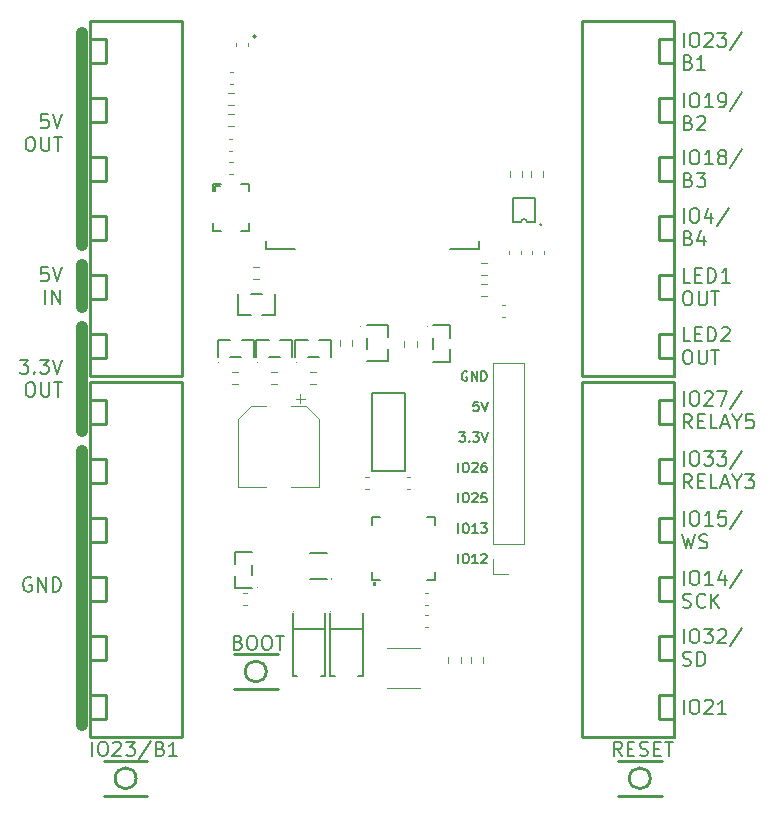
<source format=gbr>
%TF.GenerationSoftware,KiCad,Pcbnew,(6.0.6-0)*%
%TF.CreationDate,2022-09-08T22:09:28-07:00*%
%TF.ProjectId,GlowCore,476c6f77-436f-4726-952e-6b696361645f,rev?*%
%TF.SameCoordinates,Original*%
%TF.FileFunction,Legend,Top*%
%TF.FilePolarity,Positive*%
%FSLAX46Y46*%
G04 Gerber Fmt 4.6, Leading zero omitted, Abs format (unit mm)*
G04 Created by KiCad (PCBNEW (6.0.6-0)) date 2022-09-08 22:09:28*
%MOMM*%
%LPD*%
G01*
G04 APERTURE LIST*
%ADD10C,1.000000*%
%ADD11C,0.200000*%
%ADD12C,0.254001*%
%ADD13C,0.059995*%
%ADD14C,0.120000*%
%ADD15C,0.127000*%
%ADD16C,0.300000*%
%ADD17C,0.152400*%
%ADD18C,0.131597*%
%ADD19C,0.151994*%
G04 APERTURE END LIST*
D10*
X119278400Y-72407600D02*
X119278400Y-90322400D01*
X119278400Y-92000000D02*
X119278400Y-95600000D01*
X119278400Y-97250000D02*
X119278400Y-106100000D01*
X119278400Y-107786800D02*
X119278400Y-131000000D01*
D11*
X132489314Y-123967885D02*
X132660742Y-124025028D01*
X132717885Y-124082171D01*
X132775028Y-124196457D01*
X132775028Y-124367885D01*
X132717885Y-124482171D01*
X132660742Y-124539314D01*
X132546457Y-124596457D01*
X132089314Y-124596457D01*
X132089314Y-123396457D01*
X132489314Y-123396457D01*
X132603600Y-123453600D01*
X132660742Y-123510742D01*
X132717885Y-123625028D01*
X132717885Y-123739314D01*
X132660742Y-123853600D01*
X132603600Y-123910742D01*
X132489314Y-123967885D01*
X132089314Y-123967885D01*
X133517885Y-123396457D02*
X133746457Y-123396457D01*
X133860742Y-123453600D01*
X133975028Y-123567885D01*
X134032171Y-123796457D01*
X134032171Y-124196457D01*
X133975028Y-124425028D01*
X133860742Y-124539314D01*
X133746457Y-124596457D01*
X133517885Y-124596457D01*
X133403600Y-124539314D01*
X133289314Y-124425028D01*
X133232171Y-124196457D01*
X133232171Y-123796457D01*
X133289314Y-123567885D01*
X133403600Y-123453600D01*
X133517885Y-123396457D01*
X134775028Y-123396457D02*
X135003600Y-123396457D01*
X135117885Y-123453600D01*
X135232171Y-123567885D01*
X135289314Y-123796457D01*
X135289314Y-124196457D01*
X135232171Y-124425028D01*
X135117885Y-124539314D01*
X135003600Y-124596457D01*
X134775028Y-124596457D01*
X134660742Y-124539314D01*
X134546457Y-124425028D01*
X134489314Y-124196457D01*
X134489314Y-123796457D01*
X134546457Y-123567885D01*
X134660742Y-123453600D01*
X134775028Y-123396457D01*
X135632171Y-123396457D02*
X136317885Y-123396457D01*
X135975028Y-124596457D02*
X135975028Y-123396457D01*
X170189314Y-119109257D02*
X170189314Y-117909257D01*
X170989314Y-117909257D02*
X171217885Y-117909257D01*
X171332171Y-117966400D01*
X171446457Y-118080685D01*
X171503600Y-118309257D01*
X171503600Y-118709257D01*
X171446457Y-118937828D01*
X171332171Y-119052114D01*
X171217885Y-119109257D01*
X170989314Y-119109257D01*
X170875028Y-119052114D01*
X170760742Y-118937828D01*
X170703600Y-118709257D01*
X170703600Y-118309257D01*
X170760742Y-118080685D01*
X170875028Y-117966400D01*
X170989314Y-117909257D01*
X172646457Y-119109257D02*
X171960742Y-119109257D01*
X172303600Y-119109257D02*
X172303600Y-117909257D01*
X172189314Y-118080685D01*
X172075028Y-118194971D01*
X171960742Y-118252114D01*
X173675028Y-118309257D02*
X173675028Y-119109257D01*
X173389314Y-117852114D02*
X173103600Y-118709257D01*
X173846457Y-118709257D01*
X175160742Y-117852114D02*
X174132171Y-119394971D01*
X170132171Y-120984114D02*
X170303600Y-121041257D01*
X170589314Y-121041257D01*
X170703600Y-120984114D01*
X170760742Y-120926971D01*
X170817885Y-120812685D01*
X170817885Y-120698400D01*
X170760742Y-120584114D01*
X170703600Y-120526971D01*
X170589314Y-120469828D01*
X170360742Y-120412685D01*
X170246457Y-120355542D01*
X170189314Y-120298400D01*
X170132171Y-120184114D01*
X170132171Y-120069828D01*
X170189314Y-119955542D01*
X170246457Y-119898400D01*
X170360742Y-119841257D01*
X170646457Y-119841257D01*
X170817885Y-119898400D01*
X172017885Y-120926971D02*
X171960742Y-120984114D01*
X171789314Y-121041257D01*
X171675028Y-121041257D01*
X171503600Y-120984114D01*
X171389314Y-120869828D01*
X171332171Y-120755542D01*
X171275028Y-120526971D01*
X171275028Y-120355542D01*
X171332171Y-120126971D01*
X171389314Y-120012685D01*
X171503600Y-119898400D01*
X171675028Y-119841257D01*
X171789314Y-119841257D01*
X171960742Y-119898400D01*
X172017885Y-119955542D01*
X172532171Y-121041257D02*
X172532171Y-119841257D01*
X173217885Y-121041257D02*
X172703600Y-120355542D01*
X173217885Y-119841257D02*
X172532171Y-120526971D01*
X116360914Y-92204457D02*
X115789485Y-92204457D01*
X115732342Y-92775885D01*
X115789485Y-92718742D01*
X115903771Y-92661600D01*
X116189485Y-92661600D01*
X116303771Y-92718742D01*
X116360914Y-92775885D01*
X116418057Y-92890171D01*
X116418057Y-93175885D01*
X116360914Y-93290171D01*
X116303771Y-93347314D01*
X116189485Y-93404457D01*
X115903771Y-93404457D01*
X115789485Y-93347314D01*
X115732342Y-93290171D01*
X116760914Y-92204457D02*
X117160914Y-93404457D01*
X117560914Y-92204457D01*
X116132342Y-95336457D02*
X116132342Y-94136457D01*
X116703771Y-95336457D02*
X116703771Y-94136457D01*
X117389485Y-95336457D01*
X117389485Y-94136457D01*
X170189314Y-83498457D02*
X170189314Y-82298457D01*
X170989314Y-82298457D02*
X171217885Y-82298457D01*
X171332171Y-82355600D01*
X171446457Y-82469885D01*
X171503600Y-82698457D01*
X171503600Y-83098457D01*
X171446457Y-83327028D01*
X171332171Y-83441314D01*
X171217885Y-83498457D01*
X170989314Y-83498457D01*
X170875028Y-83441314D01*
X170760742Y-83327028D01*
X170703600Y-83098457D01*
X170703600Y-82698457D01*
X170760742Y-82469885D01*
X170875028Y-82355600D01*
X170989314Y-82298457D01*
X172646457Y-83498457D02*
X171960742Y-83498457D01*
X172303600Y-83498457D02*
X172303600Y-82298457D01*
X172189314Y-82469885D01*
X172075028Y-82584171D01*
X171960742Y-82641314D01*
X173332171Y-82812742D02*
X173217885Y-82755600D01*
X173160742Y-82698457D01*
X173103600Y-82584171D01*
X173103600Y-82527028D01*
X173160742Y-82412742D01*
X173217885Y-82355600D01*
X173332171Y-82298457D01*
X173560742Y-82298457D01*
X173675028Y-82355600D01*
X173732171Y-82412742D01*
X173789314Y-82527028D01*
X173789314Y-82584171D01*
X173732171Y-82698457D01*
X173675028Y-82755600D01*
X173560742Y-82812742D01*
X173332171Y-82812742D01*
X173217885Y-82869885D01*
X173160742Y-82927028D01*
X173103600Y-83041314D01*
X173103600Y-83269885D01*
X173160742Y-83384171D01*
X173217885Y-83441314D01*
X173332171Y-83498457D01*
X173560742Y-83498457D01*
X173675028Y-83441314D01*
X173732171Y-83384171D01*
X173789314Y-83269885D01*
X173789314Y-83041314D01*
X173732171Y-82927028D01*
X173675028Y-82869885D01*
X173560742Y-82812742D01*
X175160742Y-82241314D02*
X174132171Y-83784171D01*
X170589314Y-84801885D02*
X170760742Y-84859028D01*
X170817885Y-84916171D01*
X170875028Y-85030457D01*
X170875028Y-85201885D01*
X170817885Y-85316171D01*
X170760742Y-85373314D01*
X170646457Y-85430457D01*
X170189314Y-85430457D01*
X170189314Y-84230457D01*
X170589314Y-84230457D01*
X170703600Y-84287600D01*
X170760742Y-84344742D01*
X170817885Y-84459028D01*
X170817885Y-84573314D01*
X170760742Y-84687600D01*
X170703600Y-84744742D01*
X170589314Y-84801885D01*
X170189314Y-84801885D01*
X171275028Y-84230457D02*
X172017885Y-84230457D01*
X171617885Y-84687600D01*
X171789314Y-84687600D01*
X171903600Y-84744742D01*
X171960742Y-84801885D01*
X172017885Y-84916171D01*
X172017885Y-85201885D01*
X171960742Y-85316171D01*
X171903600Y-85373314D01*
X171789314Y-85430457D01*
X171446457Y-85430457D01*
X171332171Y-85373314D01*
X171275028Y-85316171D01*
X151842828Y-101062800D02*
X151766638Y-101024704D01*
X151652352Y-101024704D01*
X151538066Y-101062800D01*
X151461876Y-101138990D01*
X151423780Y-101215180D01*
X151385685Y-101367561D01*
X151385685Y-101481847D01*
X151423780Y-101634228D01*
X151461876Y-101710419D01*
X151538066Y-101786609D01*
X151652352Y-101824704D01*
X151728542Y-101824704D01*
X151842828Y-101786609D01*
X151880923Y-101748514D01*
X151880923Y-101481847D01*
X151728542Y-101481847D01*
X152223780Y-101824704D02*
X152223780Y-101024704D01*
X152680923Y-101824704D01*
X152680923Y-101024704D01*
X153061876Y-101824704D02*
X153061876Y-101024704D01*
X153252352Y-101024704D01*
X153366638Y-101062800D01*
X153442828Y-101138990D01*
X153480923Y-101215180D01*
X153519019Y-101367561D01*
X153519019Y-101481847D01*
X153480923Y-101634228D01*
X153442828Y-101710419D01*
X153366638Y-101786609D01*
X153252352Y-101824704D01*
X153061876Y-101824704D01*
X152795209Y-103600704D02*
X152414257Y-103600704D01*
X152376161Y-103981657D01*
X152414257Y-103943561D01*
X152490447Y-103905466D01*
X152680923Y-103905466D01*
X152757114Y-103943561D01*
X152795209Y-103981657D01*
X152833304Y-104057847D01*
X152833304Y-104248323D01*
X152795209Y-104324514D01*
X152757114Y-104362609D01*
X152680923Y-104400704D01*
X152490447Y-104400704D01*
X152414257Y-104362609D01*
X152376161Y-104324514D01*
X153061876Y-103600704D02*
X153328542Y-104400704D01*
X153595209Y-103600704D01*
X151195209Y-106176704D02*
X151690447Y-106176704D01*
X151423780Y-106481466D01*
X151538066Y-106481466D01*
X151614257Y-106519561D01*
X151652352Y-106557657D01*
X151690447Y-106633847D01*
X151690447Y-106824323D01*
X151652352Y-106900514D01*
X151614257Y-106938609D01*
X151538066Y-106976704D01*
X151309495Y-106976704D01*
X151233304Y-106938609D01*
X151195209Y-106900514D01*
X152033304Y-106900514D02*
X152071400Y-106938609D01*
X152033304Y-106976704D01*
X151995209Y-106938609D01*
X152033304Y-106900514D01*
X152033304Y-106976704D01*
X152338066Y-106176704D02*
X152833304Y-106176704D01*
X152566638Y-106481466D01*
X152680923Y-106481466D01*
X152757114Y-106519561D01*
X152795209Y-106557657D01*
X152833304Y-106633847D01*
X152833304Y-106824323D01*
X152795209Y-106900514D01*
X152757114Y-106938609D01*
X152680923Y-106976704D01*
X152452352Y-106976704D01*
X152376161Y-106938609D01*
X152338066Y-106900514D01*
X153061876Y-106176704D02*
X153328542Y-106976704D01*
X153595209Y-106176704D01*
X151119019Y-109552704D02*
X151119019Y-108752704D01*
X151652352Y-108752704D02*
X151804733Y-108752704D01*
X151880923Y-108790800D01*
X151957114Y-108866990D01*
X151995209Y-109019371D01*
X151995209Y-109286038D01*
X151957114Y-109438419D01*
X151880923Y-109514609D01*
X151804733Y-109552704D01*
X151652352Y-109552704D01*
X151576161Y-109514609D01*
X151499971Y-109438419D01*
X151461876Y-109286038D01*
X151461876Y-109019371D01*
X151499971Y-108866990D01*
X151576161Y-108790800D01*
X151652352Y-108752704D01*
X152299971Y-108828895D02*
X152338066Y-108790800D01*
X152414257Y-108752704D01*
X152604733Y-108752704D01*
X152680923Y-108790800D01*
X152719019Y-108828895D01*
X152757114Y-108905085D01*
X152757114Y-108981276D01*
X152719019Y-109095561D01*
X152261876Y-109552704D01*
X152757114Y-109552704D01*
X153442828Y-108752704D02*
X153290447Y-108752704D01*
X153214257Y-108790800D01*
X153176161Y-108828895D01*
X153099971Y-108943180D01*
X153061876Y-109095561D01*
X153061876Y-109400323D01*
X153099971Y-109476514D01*
X153138066Y-109514609D01*
X153214257Y-109552704D01*
X153366638Y-109552704D01*
X153442828Y-109514609D01*
X153480923Y-109476514D01*
X153519019Y-109400323D01*
X153519019Y-109209847D01*
X153480923Y-109133657D01*
X153442828Y-109095561D01*
X153366638Y-109057466D01*
X153214257Y-109057466D01*
X153138066Y-109095561D01*
X153099971Y-109133657D01*
X153061876Y-109209847D01*
X151119019Y-112128704D02*
X151119019Y-111328704D01*
X151652352Y-111328704D02*
X151804733Y-111328704D01*
X151880923Y-111366800D01*
X151957114Y-111442990D01*
X151995209Y-111595371D01*
X151995209Y-111862038D01*
X151957114Y-112014419D01*
X151880923Y-112090609D01*
X151804733Y-112128704D01*
X151652352Y-112128704D01*
X151576161Y-112090609D01*
X151499971Y-112014419D01*
X151461876Y-111862038D01*
X151461876Y-111595371D01*
X151499971Y-111442990D01*
X151576161Y-111366800D01*
X151652352Y-111328704D01*
X152299971Y-111404895D02*
X152338066Y-111366800D01*
X152414257Y-111328704D01*
X152604733Y-111328704D01*
X152680923Y-111366800D01*
X152719019Y-111404895D01*
X152757114Y-111481085D01*
X152757114Y-111557276D01*
X152719019Y-111671561D01*
X152261876Y-112128704D01*
X152757114Y-112128704D01*
X153480923Y-111328704D02*
X153099971Y-111328704D01*
X153061876Y-111709657D01*
X153099971Y-111671561D01*
X153176161Y-111633466D01*
X153366638Y-111633466D01*
X153442828Y-111671561D01*
X153480923Y-111709657D01*
X153519019Y-111785847D01*
X153519019Y-111976323D01*
X153480923Y-112052514D01*
X153442828Y-112090609D01*
X153366638Y-112128704D01*
X153176161Y-112128704D01*
X153099971Y-112090609D01*
X153061876Y-112052514D01*
X151119019Y-114704704D02*
X151119019Y-113904704D01*
X151652352Y-113904704D02*
X151804733Y-113904704D01*
X151880923Y-113942800D01*
X151957114Y-114018990D01*
X151995209Y-114171371D01*
X151995209Y-114438038D01*
X151957114Y-114590419D01*
X151880923Y-114666609D01*
X151804733Y-114704704D01*
X151652352Y-114704704D01*
X151576161Y-114666609D01*
X151499971Y-114590419D01*
X151461876Y-114438038D01*
X151461876Y-114171371D01*
X151499971Y-114018990D01*
X151576161Y-113942800D01*
X151652352Y-113904704D01*
X152757114Y-114704704D02*
X152299971Y-114704704D01*
X152528542Y-114704704D02*
X152528542Y-113904704D01*
X152452352Y-114018990D01*
X152376161Y-114095180D01*
X152299971Y-114133276D01*
X153023780Y-113904704D02*
X153519019Y-113904704D01*
X153252352Y-114209466D01*
X153366638Y-114209466D01*
X153442828Y-114247561D01*
X153480923Y-114285657D01*
X153519019Y-114361847D01*
X153519019Y-114552323D01*
X153480923Y-114628514D01*
X153442828Y-114666609D01*
X153366638Y-114704704D01*
X153138066Y-114704704D01*
X153061876Y-114666609D01*
X153023780Y-114628514D01*
X151119019Y-117280704D02*
X151119019Y-116480704D01*
X151652352Y-116480704D02*
X151804733Y-116480704D01*
X151880923Y-116518800D01*
X151957114Y-116594990D01*
X151995209Y-116747371D01*
X151995209Y-117014038D01*
X151957114Y-117166419D01*
X151880923Y-117242609D01*
X151804733Y-117280704D01*
X151652352Y-117280704D01*
X151576161Y-117242609D01*
X151499971Y-117166419D01*
X151461876Y-117014038D01*
X151461876Y-116747371D01*
X151499971Y-116594990D01*
X151576161Y-116518800D01*
X151652352Y-116480704D01*
X152757114Y-117280704D02*
X152299971Y-117280704D01*
X152528542Y-117280704D02*
X152528542Y-116480704D01*
X152452352Y-116594990D01*
X152376161Y-116671180D01*
X152299971Y-116709276D01*
X153061876Y-116556895D02*
X153099971Y-116518800D01*
X153176161Y-116480704D01*
X153366638Y-116480704D01*
X153442828Y-116518800D01*
X153480923Y-116556895D01*
X153519019Y-116633085D01*
X153519019Y-116709276D01*
X153480923Y-116823561D01*
X153023780Y-117280704D01*
X153519019Y-117280704D01*
X170189314Y-114080057D02*
X170189314Y-112880057D01*
X170989314Y-112880057D02*
X171217885Y-112880057D01*
X171332171Y-112937200D01*
X171446457Y-113051485D01*
X171503600Y-113280057D01*
X171503600Y-113680057D01*
X171446457Y-113908628D01*
X171332171Y-114022914D01*
X171217885Y-114080057D01*
X170989314Y-114080057D01*
X170875028Y-114022914D01*
X170760742Y-113908628D01*
X170703600Y-113680057D01*
X170703600Y-113280057D01*
X170760742Y-113051485D01*
X170875028Y-112937200D01*
X170989314Y-112880057D01*
X172646457Y-114080057D02*
X171960742Y-114080057D01*
X172303600Y-114080057D02*
X172303600Y-112880057D01*
X172189314Y-113051485D01*
X172075028Y-113165771D01*
X171960742Y-113222914D01*
X173732171Y-112880057D02*
X173160742Y-112880057D01*
X173103600Y-113451485D01*
X173160742Y-113394342D01*
X173275028Y-113337200D01*
X173560742Y-113337200D01*
X173675028Y-113394342D01*
X173732171Y-113451485D01*
X173789314Y-113565771D01*
X173789314Y-113851485D01*
X173732171Y-113965771D01*
X173675028Y-114022914D01*
X173560742Y-114080057D01*
X173275028Y-114080057D01*
X173160742Y-114022914D01*
X173103600Y-113965771D01*
X175160742Y-112822914D02*
X174132171Y-114365771D01*
X170075028Y-114812057D02*
X170360742Y-116012057D01*
X170589314Y-115154914D01*
X170817885Y-116012057D01*
X171103600Y-114812057D01*
X171503600Y-115954914D02*
X171675028Y-116012057D01*
X171960742Y-116012057D01*
X172075028Y-115954914D01*
X172132171Y-115897771D01*
X172189314Y-115783485D01*
X172189314Y-115669200D01*
X172132171Y-115554914D01*
X172075028Y-115497771D01*
X171960742Y-115440628D01*
X171732171Y-115383485D01*
X171617885Y-115326342D01*
X171560742Y-115269200D01*
X171503600Y-115154914D01*
X171503600Y-115040628D01*
X171560742Y-114926342D01*
X171617885Y-114869200D01*
X171732171Y-114812057D01*
X172017885Y-114812057D01*
X172189314Y-114869200D01*
X170760742Y-98484457D02*
X170189314Y-98484457D01*
X170189314Y-97284457D01*
X171160742Y-97855885D02*
X171560742Y-97855885D01*
X171732171Y-98484457D02*
X171160742Y-98484457D01*
X171160742Y-97284457D01*
X171732171Y-97284457D01*
X172246457Y-98484457D02*
X172246457Y-97284457D01*
X172532171Y-97284457D01*
X172703600Y-97341600D01*
X172817885Y-97455885D01*
X172875028Y-97570171D01*
X172932171Y-97798742D01*
X172932171Y-97970171D01*
X172875028Y-98198742D01*
X172817885Y-98313028D01*
X172703600Y-98427314D01*
X172532171Y-98484457D01*
X172246457Y-98484457D01*
X173389314Y-97398742D02*
X173446457Y-97341600D01*
X173560742Y-97284457D01*
X173846457Y-97284457D01*
X173960742Y-97341600D01*
X174017885Y-97398742D01*
X174075028Y-97513028D01*
X174075028Y-97627314D01*
X174017885Y-97798742D01*
X173332171Y-98484457D01*
X174075028Y-98484457D01*
X170417885Y-99216457D02*
X170646457Y-99216457D01*
X170760742Y-99273600D01*
X170875028Y-99387885D01*
X170932171Y-99616457D01*
X170932171Y-100016457D01*
X170875028Y-100245028D01*
X170760742Y-100359314D01*
X170646457Y-100416457D01*
X170417885Y-100416457D01*
X170303600Y-100359314D01*
X170189314Y-100245028D01*
X170132171Y-100016457D01*
X170132171Y-99616457D01*
X170189314Y-99387885D01*
X170303600Y-99273600D01*
X170417885Y-99216457D01*
X171446457Y-99216457D02*
X171446457Y-100187885D01*
X171503600Y-100302171D01*
X171560742Y-100359314D01*
X171675028Y-100416457D01*
X171903600Y-100416457D01*
X172017885Y-100359314D01*
X172075028Y-100302171D01*
X172132171Y-100187885D01*
X172132171Y-99216457D01*
X172532171Y-99216457D02*
X173217885Y-99216457D01*
X172875028Y-100416457D02*
X172875028Y-99216457D01*
X114932342Y-118526000D02*
X114818057Y-118468857D01*
X114646628Y-118468857D01*
X114475200Y-118526000D01*
X114360914Y-118640285D01*
X114303771Y-118754571D01*
X114246628Y-118983142D01*
X114246628Y-119154571D01*
X114303771Y-119383142D01*
X114360914Y-119497428D01*
X114475200Y-119611714D01*
X114646628Y-119668857D01*
X114760914Y-119668857D01*
X114932342Y-119611714D01*
X114989485Y-119554571D01*
X114989485Y-119154571D01*
X114760914Y-119154571D01*
X115503771Y-119668857D02*
X115503771Y-118468857D01*
X116189485Y-119668857D01*
X116189485Y-118468857D01*
X116760914Y-119668857D02*
X116760914Y-118468857D01*
X117046628Y-118468857D01*
X117218057Y-118526000D01*
X117332342Y-118640285D01*
X117389485Y-118754571D01*
X117446628Y-118983142D01*
X117446628Y-119154571D01*
X117389485Y-119383142D01*
X117332342Y-119497428D01*
X117218057Y-119611714D01*
X117046628Y-119668857D01*
X116760914Y-119668857D01*
X116360914Y-79250457D02*
X115789485Y-79250457D01*
X115732342Y-79821885D01*
X115789485Y-79764742D01*
X115903771Y-79707600D01*
X116189485Y-79707600D01*
X116303771Y-79764742D01*
X116360914Y-79821885D01*
X116418057Y-79936171D01*
X116418057Y-80221885D01*
X116360914Y-80336171D01*
X116303771Y-80393314D01*
X116189485Y-80450457D01*
X115903771Y-80450457D01*
X115789485Y-80393314D01*
X115732342Y-80336171D01*
X116760914Y-79250457D02*
X117160914Y-80450457D01*
X117560914Y-79250457D01*
X114760914Y-81182457D02*
X114989485Y-81182457D01*
X115103771Y-81239600D01*
X115218057Y-81353885D01*
X115275200Y-81582457D01*
X115275200Y-81982457D01*
X115218057Y-82211028D01*
X115103771Y-82325314D01*
X114989485Y-82382457D01*
X114760914Y-82382457D01*
X114646628Y-82325314D01*
X114532342Y-82211028D01*
X114475200Y-81982457D01*
X114475200Y-81582457D01*
X114532342Y-81353885D01*
X114646628Y-81239600D01*
X114760914Y-81182457D01*
X115789485Y-81182457D02*
X115789485Y-82153885D01*
X115846628Y-82268171D01*
X115903771Y-82325314D01*
X116018057Y-82382457D01*
X116246628Y-82382457D01*
X116360914Y-82325314D01*
X116418057Y-82268171D01*
X116475200Y-82153885D01*
X116475200Y-81182457D01*
X116875200Y-81182457D02*
X117560914Y-81182457D01*
X117218057Y-82382457D02*
X117218057Y-81182457D01*
X170189314Y-103920057D02*
X170189314Y-102720057D01*
X170989314Y-102720057D02*
X171217885Y-102720057D01*
X171332171Y-102777200D01*
X171446457Y-102891485D01*
X171503600Y-103120057D01*
X171503600Y-103520057D01*
X171446457Y-103748628D01*
X171332171Y-103862914D01*
X171217885Y-103920057D01*
X170989314Y-103920057D01*
X170875028Y-103862914D01*
X170760742Y-103748628D01*
X170703600Y-103520057D01*
X170703600Y-103120057D01*
X170760742Y-102891485D01*
X170875028Y-102777200D01*
X170989314Y-102720057D01*
X171960742Y-102834342D02*
X172017885Y-102777200D01*
X172132171Y-102720057D01*
X172417885Y-102720057D01*
X172532171Y-102777200D01*
X172589314Y-102834342D01*
X172646457Y-102948628D01*
X172646457Y-103062914D01*
X172589314Y-103234342D01*
X171903600Y-103920057D01*
X172646457Y-103920057D01*
X173046457Y-102720057D02*
X173846457Y-102720057D01*
X173332171Y-103920057D01*
X175160742Y-102662914D02*
X174132171Y-104205771D01*
X170875028Y-105852057D02*
X170475028Y-105280628D01*
X170189314Y-105852057D02*
X170189314Y-104652057D01*
X170646457Y-104652057D01*
X170760742Y-104709200D01*
X170817885Y-104766342D01*
X170875028Y-104880628D01*
X170875028Y-105052057D01*
X170817885Y-105166342D01*
X170760742Y-105223485D01*
X170646457Y-105280628D01*
X170189314Y-105280628D01*
X171389314Y-105223485D02*
X171789314Y-105223485D01*
X171960742Y-105852057D02*
X171389314Y-105852057D01*
X171389314Y-104652057D01*
X171960742Y-104652057D01*
X173046457Y-105852057D02*
X172475028Y-105852057D01*
X172475028Y-104652057D01*
X173389314Y-105509200D02*
X173960742Y-105509200D01*
X173275028Y-105852057D02*
X173675028Y-104652057D01*
X174075028Y-105852057D01*
X174703600Y-105280628D02*
X174703600Y-105852057D01*
X174303600Y-104652057D02*
X174703600Y-105280628D01*
X175103600Y-104652057D01*
X176075028Y-104652057D02*
X175503600Y-104652057D01*
X175446457Y-105223485D01*
X175503600Y-105166342D01*
X175617885Y-105109200D01*
X175903600Y-105109200D01*
X176017885Y-105166342D01*
X176075028Y-105223485D01*
X176132171Y-105337771D01*
X176132171Y-105623485D01*
X176075028Y-105737771D01*
X176017885Y-105794914D01*
X175903600Y-105852057D01*
X175617885Y-105852057D01*
X175503600Y-105794914D01*
X175446457Y-105737771D01*
X113960914Y-100027657D02*
X114703771Y-100027657D01*
X114303771Y-100484800D01*
X114475200Y-100484800D01*
X114589485Y-100541942D01*
X114646628Y-100599085D01*
X114703771Y-100713371D01*
X114703771Y-100999085D01*
X114646628Y-101113371D01*
X114589485Y-101170514D01*
X114475200Y-101227657D01*
X114132342Y-101227657D01*
X114018057Y-101170514D01*
X113960914Y-101113371D01*
X115218057Y-101113371D02*
X115275200Y-101170514D01*
X115218057Y-101227657D01*
X115160914Y-101170514D01*
X115218057Y-101113371D01*
X115218057Y-101227657D01*
X115675200Y-100027657D02*
X116418057Y-100027657D01*
X116018057Y-100484800D01*
X116189485Y-100484800D01*
X116303771Y-100541942D01*
X116360914Y-100599085D01*
X116418057Y-100713371D01*
X116418057Y-100999085D01*
X116360914Y-101113371D01*
X116303771Y-101170514D01*
X116189485Y-101227657D01*
X115846628Y-101227657D01*
X115732342Y-101170514D01*
X115675200Y-101113371D01*
X116760914Y-100027657D02*
X117160914Y-101227657D01*
X117560914Y-100027657D01*
X114760914Y-101959657D02*
X114989485Y-101959657D01*
X115103771Y-102016800D01*
X115218057Y-102131085D01*
X115275200Y-102359657D01*
X115275200Y-102759657D01*
X115218057Y-102988228D01*
X115103771Y-103102514D01*
X114989485Y-103159657D01*
X114760914Y-103159657D01*
X114646628Y-103102514D01*
X114532342Y-102988228D01*
X114475200Y-102759657D01*
X114475200Y-102359657D01*
X114532342Y-102131085D01*
X114646628Y-102016800D01*
X114760914Y-101959657D01*
X115789485Y-101959657D02*
X115789485Y-102931085D01*
X115846628Y-103045371D01*
X115903771Y-103102514D01*
X116018057Y-103159657D01*
X116246628Y-103159657D01*
X116360914Y-103102514D01*
X116418057Y-103045371D01*
X116475200Y-102931085D01*
X116475200Y-101959657D01*
X116875200Y-101959657D02*
X117560914Y-101959657D01*
X117218057Y-103159657D02*
X117218057Y-101959657D01*
X120100514Y-133588057D02*
X120100514Y-132388057D01*
X120900514Y-132388057D02*
X121129085Y-132388057D01*
X121243371Y-132445200D01*
X121357657Y-132559485D01*
X121414800Y-132788057D01*
X121414800Y-133188057D01*
X121357657Y-133416628D01*
X121243371Y-133530914D01*
X121129085Y-133588057D01*
X120900514Y-133588057D01*
X120786228Y-133530914D01*
X120671942Y-133416628D01*
X120614800Y-133188057D01*
X120614800Y-132788057D01*
X120671942Y-132559485D01*
X120786228Y-132445200D01*
X120900514Y-132388057D01*
X121871942Y-132502342D02*
X121929085Y-132445200D01*
X122043371Y-132388057D01*
X122329085Y-132388057D01*
X122443371Y-132445200D01*
X122500514Y-132502342D01*
X122557657Y-132616628D01*
X122557657Y-132730914D01*
X122500514Y-132902342D01*
X121814800Y-133588057D01*
X122557657Y-133588057D01*
X122957657Y-132388057D02*
X123700514Y-132388057D01*
X123300514Y-132845200D01*
X123471942Y-132845200D01*
X123586228Y-132902342D01*
X123643371Y-132959485D01*
X123700514Y-133073771D01*
X123700514Y-133359485D01*
X123643371Y-133473771D01*
X123586228Y-133530914D01*
X123471942Y-133588057D01*
X123129085Y-133588057D01*
X123014800Y-133530914D01*
X122957657Y-133473771D01*
X125071942Y-132330914D02*
X124043371Y-133873771D01*
X125871942Y-132959485D02*
X126043371Y-133016628D01*
X126100514Y-133073771D01*
X126157657Y-133188057D01*
X126157657Y-133359485D01*
X126100514Y-133473771D01*
X126043371Y-133530914D01*
X125929085Y-133588057D01*
X125471942Y-133588057D01*
X125471942Y-132388057D01*
X125871942Y-132388057D01*
X125986228Y-132445200D01*
X126043371Y-132502342D01*
X126100514Y-132616628D01*
X126100514Y-132730914D01*
X126043371Y-132845200D01*
X125986228Y-132902342D01*
X125871942Y-132959485D01*
X125471942Y-132959485D01*
X127300514Y-133588057D02*
X126614800Y-133588057D01*
X126957657Y-133588057D02*
X126957657Y-132388057D01*
X126843371Y-132559485D01*
X126729085Y-132673771D01*
X126614800Y-132730914D01*
X170189314Y-78672457D02*
X170189314Y-77472457D01*
X170989314Y-77472457D02*
X171217885Y-77472457D01*
X171332171Y-77529600D01*
X171446457Y-77643885D01*
X171503600Y-77872457D01*
X171503600Y-78272457D01*
X171446457Y-78501028D01*
X171332171Y-78615314D01*
X171217885Y-78672457D01*
X170989314Y-78672457D01*
X170875028Y-78615314D01*
X170760742Y-78501028D01*
X170703600Y-78272457D01*
X170703600Y-77872457D01*
X170760742Y-77643885D01*
X170875028Y-77529600D01*
X170989314Y-77472457D01*
X172646457Y-78672457D02*
X171960742Y-78672457D01*
X172303600Y-78672457D02*
X172303600Y-77472457D01*
X172189314Y-77643885D01*
X172075028Y-77758171D01*
X171960742Y-77815314D01*
X173217885Y-78672457D02*
X173446457Y-78672457D01*
X173560742Y-78615314D01*
X173617885Y-78558171D01*
X173732171Y-78386742D01*
X173789314Y-78158171D01*
X173789314Y-77701028D01*
X173732171Y-77586742D01*
X173675028Y-77529600D01*
X173560742Y-77472457D01*
X173332171Y-77472457D01*
X173217885Y-77529600D01*
X173160742Y-77586742D01*
X173103600Y-77701028D01*
X173103600Y-77986742D01*
X173160742Y-78101028D01*
X173217885Y-78158171D01*
X173332171Y-78215314D01*
X173560742Y-78215314D01*
X173675028Y-78158171D01*
X173732171Y-78101028D01*
X173789314Y-77986742D01*
X175160742Y-77415314D02*
X174132171Y-78958171D01*
X170589314Y-79975885D02*
X170760742Y-80033028D01*
X170817885Y-80090171D01*
X170875028Y-80204457D01*
X170875028Y-80375885D01*
X170817885Y-80490171D01*
X170760742Y-80547314D01*
X170646457Y-80604457D01*
X170189314Y-80604457D01*
X170189314Y-79404457D01*
X170589314Y-79404457D01*
X170703600Y-79461600D01*
X170760742Y-79518742D01*
X170817885Y-79633028D01*
X170817885Y-79747314D01*
X170760742Y-79861600D01*
X170703600Y-79918742D01*
X170589314Y-79975885D01*
X170189314Y-79975885D01*
X171332171Y-79518742D02*
X171389314Y-79461600D01*
X171503600Y-79404457D01*
X171789314Y-79404457D01*
X171903600Y-79461600D01*
X171960742Y-79518742D01*
X172017885Y-79633028D01*
X172017885Y-79747314D01*
X171960742Y-79918742D01*
X171275028Y-80604457D01*
X172017885Y-80604457D01*
X170189314Y-124036857D02*
X170189314Y-122836857D01*
X170989314Y-122836857D02*
X171217885Y-122836857D01*
X171332171Y-122894000D01*
X171446457Y-123008285D01*
X171503600Y-123236857D01*
X171503600Y-123636857D01*
X171446457Y-123865428D01*
X171332171Y-123979714D01*
X171217885Y-124036857D01*
X170989314Y-124036857D01*
X170875028Y-123979714D01*
X170760742Y-123865428D01*
X170703600Y-123636857D01*
X170703600Y-123236857D01*
X170760742Y-123008285D01*
X170875028Y-122894000D01*
X170989314Y-122836857D01*
X171903600Y-122836857D02*
X172646457Y-122836857D01*
X172246457Y-123294000D01*
X172417885Y-123294000D01*
X172532171Y-123351142D01*
X172589314Y-123408285D01*
X172646457Y-123522571D01*
X172646457Y-123808285D01*
X172589314Y-123922571D01*
X172532171Y-123979714D01*
X172417885Y-124036857D01*
X172075028Y-124036857D01*
X171960742Y-123979714D01*
X171903600Y-123922571D01*
X173103600Y-122951142D02*
X173160742Y-122894000D01*
X173275028Y-122836857D01*
X173560742Y-122836857D01*
X173675028Y-122894000D01*
X173732171Y-122951142D01*
X173789314Y-123065428D01*
X173789314Y-123179714D01*
X173732171Y-123351142D01*
X173046457Y-124036857D01*
X173789314Y-124036857D01*
X175160742Y-122779714D02*
X174132171Y-124322571D01*
X170132171Y-125911714D02*
X170303600Y-125968857D01*
X170589314Y-125968857D01*
X170703600Y-125911714D01*
X170760742Y-125854571D01*
X170817885Y-125740285D01*
X170817885Y-125626000D01*
X170760742Y-125511714D01*
X170703600Y-125454571D01*
X170589314Y-125397428D01*
X170360742Y-125340285D01*
X170246457Y-125283142D01*
X170189314Y-125226000D01*
X170132171Y-125111714D01*
X170132171Y-124997428D01*
X170189314Y-124883142D01*
X170246457Y-124826000D01*
X170360742Y-124768857D01*
X170646457Y-124768857D01*
X170817885Y-124826000D01*
X171332171Y-125968857D02*
X171332171Y-124768857D01*
X171617885Y-124768857D01*
X171789314Y-124826000D01*
X171903600Y-124940285D01*
X171960742Y-125054571D01*
X172017885Y-125283142D01*
X172017885Y-125454571D01*
X171960742Y-125683142D01*
X171903600Y-125797428D01*
X171789314Y-125911714D01*
X171617885Y-125968857D01*
X171332171Y-125968857D01*
X170189314Y-88426057D02*
X170189314Y-87226057D01*
X170989314Y-87226057D02*
X171217885Y-87226057D01*
X171332171Y-87283200D01*
X171446457Y-87397485D01*
X171503600Y-87626057D01*
X171503600Y-88026057D01*
X171446457Y-88254628D01*
X171332171Y-88368914D01*
X171217885Y-88426057D01*
X170989314Y-88426057D01*
X170875028Y-88368914D01*
X170760742Y-88254628D01*
X170703600Y-88026057D01*
X170703600Y-87626057D01*
X170760742Y-87397485D01*
X170875028Y-87283200D01*
X170989314Y-87226057D01*
X172532171Y-87626057D02*
X172532171Y-88426057D01*
X172246457Y-87168914D02*
X171960742Y-88026057D01*
X172703600Y-88026057D01*
X174017885Y-87168914D02*
X172989314Y-88711771D01*
X170589314Y-89729485D02*
X170760742Y-89786628D01*
X170817885Y-89843771D01*
X170875028Y-89958057D01*
X170875028Y-90129485D01*
X170817885Y-90243771D01*
X170760742Y-90300914D01*
X170646457Y-90358057D01*
X170189314Y-90358057D01*
X170189314Y-89158057D01*
X170589314Y-89158057D01*
X170703600Y-89215200D01*
X170760742Y-89272342D01*
X170817885Y-89386628D01*
X170817885Y-89500914D01*
X170760742Y-89615200D01*
X170703600Y-89672342D01*
X170589314Y-89729485D01*
X170189314Y-89729485D01*
X171903600Y-89558057D02*
X171903600Y-90358057D01*
X171617885Y-89100914D02*
X171332171Y-89958057D01*
X172075028Y-89958057D01*
X170760742Y-93506057D02*
X170189314Y-93506057D01*
X170189314Y-92306057D01*
X171160742Y-92877485D02*
X171560742Y-92877485D01*
X171732171Y-93506057D02*
X171160742Y-93506057D01*
X171160742Y-92306057D01*
X171732171Y-92306057D01*
X172246457Y-93506057D02*
X172246457Y-92306057D01*
X172532171Y-92306057D01*
X172703600Y-92363200D01*
X172817885Y-92477485D01*
X172875028Y-92591771D01*
X172932171Y-92820342D01*
X172932171Y-92991771D01*
X172875028Y-93220342D01*
X172817885Y-93334628D01*
X172703600Y-93448914D01*
X172532171Y-93506057D01*
X172246457Y-93506057D01*
X174075028Y-93506057D02*
X173389314Y-93506057D01*
X173732171Y-93506057D02*
X173732171Y-92306057D01*
X173617885Y-92477485D01*
X173503600Y-92591771D01*
X173389314Y-92648914D01*
X170417885Y-94238057D02*
X170646457Y-94238057D01*
X170760742Y-94295200D01*
X170875028Y-94409485D01*
X170932171Y-94638057D01*
X170932171Y-95038057D01*
X170875028Y-95266628D01*
X170760742Y-95380914D01*
X170646457Y-95438057D01*
X170417885Y-95438057D01*
X170303600Y-95380914D01*
X170189314Y-95266628D01*
X170132171Y-95038057D01*
X170132171Y-94638057D01*
X170189314Y-94409485D01*
X170303600Y-94295200D01*
X170417885Y-94238057D01*
X171446457Y-94238057D02*
X171446457Y-95209485D01*
X171503600Y-95323771D01*
X171560742Y-95380914D01*
X171675028Y-95438057D01*
X171903600Y-95438057D01*
X172017885Y-95380914D01*
X172075028Y-95323771D01*
X172132171Y-95209485D01*
X172132171Y-94238057D01*
X172532171Y-94238057D02*
X173217885Y-94238057D01*
X172875028Y-95438057D02*
X172875028Y-94238057D01*
X170189314Y-130032057D02*
X170189314Y-128832057D01*
X170989314Y-128832057D02*
X171217885Y-128832057D01*
X171332171Y-128889200D01*
X171446457Y-129003485D01*
X171503600Y-129232057D01*
X171503600Y-129632057D01*
X171446457Y-129860628D01*
X171332171Y-129974914D01*
X171217885Y-130032057D01*
X170989314Y-130032057D01*
X170875028Y-129974914D01*
X170760742Y-129860628D01*
X170703600Y-129632057D01*
X170703600Y-129232057D01*
X170760742Y-129003485D01*
X170875028Y-128889200D01*
X170989314Y-128832057D01*
X171960742Y-128946342D02*
X172017885Y-128889200D01*
X172132171Y-128832057D01*
X172417885Y-128832057D01*
X172532171Y-128889200D01*
X172589314Y-128946342D01*
X172646457Y-129060628D01*
X172646457Y-129174914D01*
X172589314Y-129346342D01*
X171903600Y-130032057D01*
X172646457Y-130032057D01*
X173789314Y-130032057D02*
X173103600Y-130032057D01*
X173446457Y-130032057D02*
X173446457Y-128832057D01*
X173332171Y-129003485D01*
X173217885Y-129117771D01*
X173103600Y-129174914D01*
X170189314Y-73541657D02*
X170189314Y-72341657D01*
X170989314Y-72341657D02*
X171217885Y-72341657D01*
X171332171Y-72398800D01*
X171446457Y-72513085D01*
X171503600Y-72741657D01*
X171503600Y-73141657D01*
X171446457Y-73370228D01*
X171332171Y-73484514D01*
X171217885Y-73541657D01*
X170989314Y-73541657D01*
X170875028Y-73484514D01*
X170760742Y-73370228D01*
X170703600Y-73141657D01*
X170703600Y-72741657D01*
X170760742Y-72513085D01*
X170875028Y-72398800D01*
X170989314Y-72341657D01*
X171960742Y-72455942D02*
X172017885Y-72398800D01*
X172132171Y-72341657D01*
X172417885Y-72341657D01*
X172532171Y-72398800D01*
X172589314Y-72455942D01*
X172646457Y-72570228D01*
X172646457Y-72684514D01*
X172589314Y-72855942D01*
X171903600Y-73541657D01*
X172646457Y-73541657D01*
X173046457Y-72341657D02*
X173789314Y-72341657D01*
X173389314Y-72798800D01*
X173560742Y-72798800D01*
X173675028Y-72855942D01*
X173732171Y-72913085D01*
X173789314Y-73027371D01*
X173789314Y-73313085D01*
X173732171Y-73427371D01*
X173675028Y-73484514D01*
X173560742Y-73541657D01*
X173217885Y-73541657D01*
X173103600Y-73484514D01*
X173046457Y-73427371D01*
X175160742Y-72284514D02*
X174132171Y-73827371D01*
X170589314Y-74845085D02*
X170760742Y-74902228D01*
X170817885Y-74959371D01*
X170875028Y-75073657D01*
X170875028Y-75245085D01*
X170817885Y-75359371D01*
X170760742Y-75416514D01*
X170646457Y-75473657D01*
X170189314Y-75473657D01*
X170189314Y-74273657D01*
X170589314Y-74273657D01*
X170703600Y-74330800D01*
X170760742Y-74387942D01*
X170817885Y-74502228D01*
X170817885Y-74616514D01*
X170760742Y-74730800D01*
X170703600Y-74787942D01*
X170589314Y-74845085D01*
X170189314Y-74845085D01*
X172017885Y-75473657D02*
X171332171Y-75473657D01*
X171675028Y-75473657D02*
X171675028Y-74273657D01*
X171560742Y-74445085D01*
X171446457Y-74559371D01*
X171332171Y-74616514D01*
X164931428Y-133588057D02*
X164531428Y-133016628D01*
X164245714Y-133588057D02*
X164245714Y-132388057D01*
X164702857Y-132388057D01*
X164817142Y-132445200D01*
X164874285Y-132502342D01*
X164931428Y-132616628D01*
X164931428Y-132788057D01*
X164874285Y-132902342D01*
X164817142Y-132959485D01*
X164702857Y-133016628D01*
X164245714Y-133016628D01*
X165445714Y-132959485D02*
X165845714Y-132959485D01*
X166017142Y-133588057D02*
X165445714Y-133588057D01*
X165445714Y-132388057D01*
X166017142Y-132388057D01*
X166474285Y-133530914D02*
X166645714Y-133588057D01*
X166931428Y-133588057D01*
X167045714Y-133530914D01*
X167102857Y-133473771D01*
X167160000Y-133359485D01*
X167160000Y-133245200D01*
X167102857Y-133130914D01*
X167045714Y-133073771D01*
X166931428Y-133016628D01*
X166702857Y-132959485D01*
X166588571Y-132902342D01*
X166531428Y-132845200D01*
X166474285Y-132730914D01*
X166474285Y-132616628D01*
X166531428Y-132502342D01*
X166588571Y-132445200D01*
X166702857Y-132388057D01*
X166988571Y-132388057D01*
X167160000Y-132445200D01*
X167674285Y-132959485D02*
X168074285Y-132959485D01*
X168245714Y-133588057D02*
X167674285Y-133588057D01*
X167674285Y-132388057D01*
X168245714Y-132388057D01*
X168588571Y-132388057D02*
X169274285Y-132388057D01*
X168931428Y-133588057D02*
X168931428Y-132388057D01*
X170189314Y-109000057D02*
X170189314Y-107800057D01*
X170989314Y-107800057D02*
X171217885Y-107800057D01*
X171332171Y-107857200D01*
X171446457Y-107971485D01*
X171503600Y-108200057D01*
X171503600Y-108600057D01*
X171446457Y-108828628D01*
X171332171Y-108942914D01*
X171217885Y-109000057D01*
X170989314Y-109000057D01*
X170875028Y-108942914D01*
X170760742Y-108828628D01*
X170703600Y-108600057D01*
X170703600Y-108200057D01*
X170760742Y-107971485D01*
X170875028Y-107857200D01*
X170989314Y-107800057D01*
X171903600Y-107800057D02*
X172646457Y-107800057D01*
X172246457Y-108257200D01*
X172417885Y-108257200D01*
X172532171Y-108314342D01*
X172589314Y-108371485D01*
X172646457Y-108485771D01*
X172646457Y-108771485D01*
X172589314Y-108885771D01*
X172532171Y-108942914D01*
X172417885Y-109000057D01*
X172075028Y-109000057D01*
X171960742Y-108942914D01*
X171903600Y-108885771D01*
X173046457Y-107800057D02*
X173789314Y-107800057D01*
X173389314Y-108257200D01*
X173560742Y-108257200D01*
X173675028Y-108314342D01*
X173732171Y-108371485D01*
X173789314Y-108485771D01*
X173789314Y-108771485D01*
X173732171Y-108885771D01*
X173675028Y-108942914D01*
X173560742Y-109000057D01*
X173217885Y-109000057D01*
X173103600Y-108942914D01*
X173046457Y-108885771D01*
X175160742Y-107742914D02*
X174132171Y-109285771D01*
X170875028Y-110932057D02*
X170475028Y-110360628D01*
X170189314Y-110932057D02*
X170189314Y-109732057D01*
X170646457Y-109732057D01*
X170760742Y-109789200D01*
X170817885Y-109846342D01*
X170875028Y-109960628D01*
X170875028Y-110132057D01*
X170817885Y-110246342D01*
X170760742Y-110303485D01*
X170646457Y-110360628D01*
X170189314Y-110360628D01*
X171389314Y-110303485D02*
X171789314Y-110303485D01*
X171960742Y-110932057D02*
X171389314Y-110932057D01*
X171389314Y-109732057D01*
X171960742Y-109732057D01*
X173046457Y-110932057D02*
X172475028Y-110932057D01*
X172475028Y-109732057D01*
X173389314Y-110589200D02*
X173960742Y-110589200D01*
X173275028Y-110932057D02*
X173675028Y-109732057D01*
X174075028Y-110932057D01*
X174703600Y-110360628D02*
X174703600Y-110932057D01*
X174303600Y-109732057D02*
X174703600Y-110360628D01*
X175103600Y-109732057D01*
X175389314Y-109732057D02*
X176132171Y-109732057D01*
X175732171Y-110189200D01*
X175903600Y-110189200D01*
X176017885Y-110246342D01*
X176075028Y-110303485D01*
X176132171Y-110417771D01*
X176132171Y-110703485D01*
X176075028Y-110817771D01*
X176017885Y-110874914D01*
X175903600Y-110932057D01*
X175560742Y-110932057D01*
X175446457Y-110874914D01*
X175389314Y-110817771D01*
D12*
%TO.C,P2*%
X121250324Y-128450000D02*
X121250324Y-130450000D01*
X119950349Y-113450000D02*
X121250324Y-113450000D01*
X121250324Y-125450000D02*
X121250324Y-123450000D01*
X121250324Y-123450000D02*
X121250324Y-125450000D01*
X119950349Y-123450000D02*
X121250324Y-123450000D01*
X119950349Y-105450000D02*
X121250324Y-105450000D01*
X127750451Y-126950127D02*
X127750451Y-131950127D01*
X119950349Y-125450000D02*
X121250324Y-125450000D01*
X121250324Y-115450000D02*
X119950349Y-115450000D01*
X121250324Y-125450000D02*
X119950349Y-125450000D01*
X121250324Y-120450000D02*
X119950349Y-120450000D01*
X121250324Y-105450000D02*
X121250324Y-103450000D01*
X121250324Y-123450000D02*
X119950349Y-123450000D01*
X121250324Y-110450000D02*
X121250324Y-108450000D01*
X119950349Y-110450000D02*
X121250324Y-110450000D01*
X123750451Y-131950127D02*
X119950349Y-131950127D01*
X119950349Y-121950127D02*
X119950349Y-116950127D01*
X121250324Y-108450000D02*
X119950349Y-108450000D01*
X119950349Y-128450000D02*
X121250324Y-128450000D01*
X127750451Y-116950127D02*
X127750451Y-121950127D01*
X121250324Y-115450000D02*
X121250324Y-113450000D01*
X119950349Y-101949873D02*
X123750451Y-101949873D01*
X121250324Y-113450000D02*
X121250324Y-115450000D01*
X121250324Y-113450000D02*
X119950349Y-113450000D01*
X119950349Y-118450000D02*
X121250324Y-118450000D01*
X127750451Y-131950127D02*
X123750451Y-131950127D01*
X127750451Y-101949873D02*
X127750451Y-111950127D01*
X127750451Y-121950127D02*
X127750451Y-126950127D01*
X119950349Y-116950127D02*
X119950349Y-111950127D01*
X119950349Y-111950127D02*
X119950349Y-101949873D01*
X121250324Y-118450000D02*
X121250324Y-120450000D01*
X121250324Y-130450000D02*
X119950349Y-130450000D01*
X119950349Y-131950127D02*
X119950349Y-126950127D01*
X121250324Y-103450000D02*
X119950349Y-103450000D01*
X119950349Y-115450000D02*
X121250324Y-115450000D01*
X123750451Y-101949873D02*
X127750451Y-101949873D01*
X119950349Y-126950127D02*
X119950349Y-121950127D01*
X127750451Y-111950127D02*
X127750451Y-116950127D01*
D13*
X119853321Y-101822873D02*
G75*
G03*
X119853321Y-101822873I-29972J0D01*
G01*
D14*
%TO.C,C4*%
X138131250Y-103347450D02*
X137343750Y-103347450D01*
X138235563Y-103981200D02*
X136950000Y-103981200D01*
X133544437Y-103981200D02*
X134830000Y-103981200D01*
X132480000Y-110801200D02*
X134830000Y-110801200D01*
X139300000Y-110801200D02*
X136950000Y-110801200D01*
X137737500Y-102953700D02*
X137737500Y-103741200D01*
X139300000Y-105045637D02*
X139300000Y-110801200D01*
X133544437Y-103981200D02*
X132480000Y-105045637D01*
X138235563Y-103981200D02*
X139300000Y-105045637D01*
X132480000Y-105045637D02*
X132480000Y-110801200D01*
D15*
%TO.C,U7*%
X150407600Y-90676700D02*
X152857600Y-90676700D01*
X134857600Y-90676700D02*
X137307600Y-90676700D01*
X134857600Y-90026700D02*
X134857600Y-90676700D01*
X152857600Y-90676700D02*
X152857600Y-90026700D01*
D11*
X133957600Y-72676700D02*
G75*
G03*
X133957600Y-72676700I-100000J0D01*
G01*
D14*
%TO.C,R1*%
X155462300Y-84582724D02*
X155462300Y-84073276D01*
X156507300Y-84582724D02*
X156507300Y-84073276D01*
D11*
%TO.C,U13*%
X144456400Y-113377213D02*
X143806413Y-113377213D01*
X148456400Y-118677187D02*
X149106387Y-118677187D01*
X149106387Y-114027200D02*
X149106387Y-113377213D01*
X149106387Y-113377213D02*
X148456400Y-113377213D01*
X149106387Y-118677187D02*
X149106387Y-118027200D01*
X143806413Y-118677187D02*
X143806413Y-118027200D01*
X143806413Y-113377213D02*
X143806413Y-114027200D01*
X144456400Y-118677187D02*
X143806413Y-118677187D01*
D16*
X144007835Y-119026946D02*
G75*
G03*
X144005295Y-119026946I-1270J-161288D01*
G01*
D14*
%TO.C,R14*%
X142112000Y-98871499D02*
X142112000Y-98362051D01*
X141067000Y-98871499D02*
X141067000Y-98362051D01*
%TO.C,C3*%
X132280000Y-73188733D02*
X132280000Y-73481267D01*
X133300000Y-73188733D02*
X133300000Y-73481267D01*
%TO.C,C11*%
X146726433Y-109993975D02*
X147018967Y-109993975D01*
X146726433Y-111013975D02*
X147018967Y-111013975D01*
D12*
%TO.C,SW2*%
X135809587Y-124941200D02*
X132109613Y-124941200D01*
X135809587Y-127941200D02*
X132109587Y-127941200D01*
X134848602Y-126441200D02*
G75*
G03*
X134848602Y-126441200I-889002J0D01*
G01*
D17*
%TO.C,U11*%
X132199393Y-116313600D02*
X132199393Y-117345223D01*
X133651819Y-116313600D02*
X132199393Y-116313600D01*
X133651819Y-119366026D02*
X132199393Y-119366026D01*
X133651819Y-117384415D02*
X133651819Y-118295211D01*
X132199393Y-119366026D02*
X132199393Y-118334403D01*
D13*
X134155603Y-119289826D02*
G75*
G03*
X134155603Y-119289826I-29997J0D01*
G01*
D14*
%TO.C,C7*%
X148242030Y-122654530D02*
X148534564Y-122654530D01*
X148242030Y-121634530D02*
X148534564Y-121634530D01*
%TO.C,R13*%
X146543500Y-98449676D02*
X146543500Y-98959124D01*
X147588500Y-98449676D02*
X147588500Y-98959124D01*
D12*
%TO.C,P1*%
X119950349Y-87900000D02*
X121250324Y-87900000D01*
X119950349Y-79900000D02*
X121250324Y-79900000D01*
X119950349Y-96400127D02*
X119950349Y-91400127D01*
X119950349Y-84900000D02*
X121250324Y-84900000D01*
X121250324Y-82900000D02*
X119950349Y-82900000D01*
X127750451Y-101400127D02*
X123750451Y-101400127D01*
X121250324Y-79900000D02*
X121250324Y-77900000D01*
X119950349Y-101400127D02*
X119950349Y-96400127D01*
X121250324Y-94900000D02*
X121250324Y-92900000D01*
X119950349Y-97900000D02*
X121250324Y-97900000D01*
X119950349Y-92900000D02*
X121250324Y-92900000D01*
X121250324Y-94900000D02*
X119950349Y-94900000D01*
X127750451Y-96400127D02*
X127750451Y-101400127D01*
X121250324Y-84900000D02*
X121250324Y-82900000D01*
X121250324Y-82900000D02*
X121250324Y-84900000D01*
X119950349Y-86400127D02*
X119950349Y-81400127D01*
X119950349Y-94900000D02*
X121250324Y-94900000D01*
X119950349Y-91400127D02*
X119950349Y-86400127D01*
X121250324Y-72900000D02*
X119950349Y-72900000D01*
X127750451Y-91400127D02*
X127750451Y-96400127D01*
X119950349Y-71399873D02*
X123750451Y-71399873D01*
X119950349Y-82900000D02*
X121250324Y-82900000D01*
X123750451Y-101400127D02*
X119950349Y-101400127D01*
X121250324Y-74900000D02*
X121250324Y-72900000D01*
X121250324Y-97900000D02*
X121250324Y-99900000D01*
X121250324Y-77900000D02*
X119950349Y-77900000D01*
X121250324Y-99900000D02*
X119950349Y-99900000D01*
X127750451Y-71399873D02*
X127750451Y-81400127D01*
X121250324Y-92900000D02*
X121250324Y-94900000D01*
X119950349Y-74900000D02*
X121250324Y-74900000D01*
X127750451Y-86400127D02*
X127750451Y-91400127D01*
X123750451Y-71399873D02*
X127750451Y-71399873D01*
X121250324Y-89900000D02*
X119950349Y-89900000D01*
X127750451Y-81400127D02*
X127750451Y-86400127D01*
X121250324Y-87900000D02*
X121250324Y-89900000D01*
X121250324Y-84900000D02*
X119950349Y-84900000D01*
X119950349Y-81400127D02*
X119950349Y-71399873D01*
X121250324Y-92900000D02*
X119950349Y-92900000D01*
D13*
X119853321Y-71272873D02*
G75*
G03*
X119853321Y-71272873I-29972J0D01*
G01*
D14*
%TO.C,R12*%
X131979576Y-101077500D02*
X132489024Y-101077500D01*
X131979576Y-102122500D02*
X132489024Y-102122500D01*
%TO.C,R7*%
X153057776Y-93631900D02*
X153567224Y-93631900D01*
X153057776Y-94676900D02*
X153567224Y-94676900D01*
D11*
%TO.C,U8*%
X157567073Y-86367999D02*
X155767048Y-86367999D01*
X157567073Y-88367948D02*
X157567073Y-86367999D01*
X155767048Y-86367999D02*
X155767048Y-88367948D01*
X156921099Y-88384001D02*
X157567073Y-88384001D01*
X156413098Y-88384001D02*
X155767048Y-88384001D01*
X156921074Y-88383976D02*
G75*
G03*
X156413072Y-88383976I-254001J0D01*
G01*
D18*
X158155398Y-88620600D02*
G75*
G03*
X158155398Y-88620600I-65798J0D01*
G01*
D14*
%TO.C,C6*%
X143513767Y-109993975D02*
X143221233Y-109993975D01*
X143513767Y-111013975D02*
X143221233Y-111013975D01*
%TO.C,C8*%
X132898933Y-120804400D02*
X133191467Y-120804400D01*
X132898933Y-119784400D02*
X133191467Y-119784400D01*
D11*
%TO.C,U14*%
X138586000Y-116399600D02*
X139986000Y-116399600D01*
X138586000Y-118599600D02*
X139986000Y-118599600D01*
X140379472Y-118593809D02*
G75*
G03*
X140376932Y-118593809I-1270J-134405D01*
G01*
D13*
X140369439Y-118599524D02*
G75*
G03*
X140369439Y-118599524I-29997J0D01*
G01*
D17*
%TO.C,U3*%
X137310187Y-98333787D02*
X138341810Y-98333787D01*
X139291798Y-99786213D02*
X138381002Y-99786213D01*
X140362613Y-99786213D02*
X140362613Y-98333787D01*
X140362613Y-98333787D02*
X139330990Y-98333787D01*
X137310187Y-99786213D02*
X137310187Y-98333787D01*
D13*
X137416283Y-100259898D02*
G75*
G03*
X137416283Y-100259898I-29972J0D01*
G01*
D17*
%TO.C,U6*%
X132474205Y-94475527D02*
X132474205Y-96227927D01*
X133555002Y-94475527D02*
X134465798Y-94475527D01*
X135546595Y-94475527D02*
X135546595Y-96227927D01*
X132474205Y-96227927D02*
X133515810Y-96227927D01*
X135546595Y-96227927D02*
X134504990Y-96227927D01*
D13*
X135500392Y-93951727D02*
G75*
G03*
X135500392Y-93951727I-29997J0D01*
G01*
D14*
%TO.C,R9*%
X138581676Y-101077500D02*
X139091124Y-101077500D01*
X138581676Y-102122500D02*
X139091124Y-102122500D01*
%TO.C,C2*%
X155395200Y-90836533D02*
X155395200Y-91129067D01*
X156415200Y-90836533D02*
X156415200Y-91129067D01*
%TO.C,R10*%
X133704876Y-93232500D02*
X134214324Y-93232500D01*
X133704876Y-92187500D02*
X134214324Y-92187500D01*
%TO.C,C12*%
X131976267Y-82360000D02*
X131683733Y-82360000D01*
X131976267Y-81340000D02*
X131683733Y-81340000D01*
%TO.C,F1*%
X147842652Y-127846400D02*
X145070148Y-127846400D01*
X147842652Y-124426400D02*
X145070148Y-124426400D01*
%TO.C,C15*%
X131986267Y-84290000D02*
X131693733Y-84290000D01*
X131986267Y-83270000D02*
X131693733Y-83270000D01*
%TO.C,C13*%
X132046267Y-75645000D02*
X131753733Y-75645000D01*
X132046267Y-76665000D02*
X131753733Y-76665000D01*
%TO.C,R8*%
X158307300Y-84582724D02*
X158307300Y-84073276D01*
X157262300Y-84582724D02*
X157262300Y-84073276D01*
%TO.C,R6*%
X132154724Y-80267500D02*
X131645276Y-80267500D01*
X132154724Y-79222500D02*
X131645276Y-79222500D01*
%TO.C,R11*%
X135279676Y-102122500D02*
X135789124Y-102122500D01*
X135279676Y-101077500D02*
X135789124Y-101077500D01*
D12*
%TO.C,P4*%
X169355651Y-91399873D02*
X169355651Y-101400127D01*
X169355651Y-76399873D02*
X169355651Y-81399873D01*
X161555549Y-71399873D02*
X165555549Y-71399873D01*
X168055676Y-87900000D02*
X169355651Y-87900000D01*
X169355651Y-86399873D02*
X169355651Y-91399873D01*
X168055676Y-89900000D02*
X169355651Y-89900000D01*
X168055676Y-87900000D02*
X168055676Y-89900000D01*
X161555549Y-101400127D02*
X161555549Y-91399873D01*
X161555549Y-86399873D02*
X161555549Y-81399873D01*
X169355651Y-97900000D02*
X168055676Y-97900000D01*
X169355651Y-81399873D02*
X169355651Y-86399873D01*
X168055676Y-94900000D02*
X169355651Y-94900000D01*
X161555549Y-81399873D02*
X161555549Y-76399873D01*
X168055676Y-79900000D02*
X169355651Y-79900000D01*
X169355651Y-87900000D02*
X168055676Y-87900000D01*
X168055676Y-79900000D02*
X168055676Y-77900000D01*
X169355651Y-74900000D02*
X168055676Y-74900000D01*
X169355651Y-89900000D02*
X168055676Y-89900000D01*
X169355651Y-79900000D02*
X168055676Y-79900000D01*
X168055676Y-92900000D02*
X168055676Y-94900000D01*
X169355651Y-101400127D02*
X165555549Y-101400127D01*
X168055676Y-72900000D02*
X169355651Y-72900000D01*
X161555549Y-91399873D02*
X161555549Y-86399873D01*
X168055676Y-89900000D02*
X168055676Y-87900000D01*
X165555549Y-101400127D02*
X161555549Y-101400127D01*
X165555549Y-71399873D02*
X169355651Y-71399873D01*
X169355651Y-71399873D02*
X169355651Y-76399873D01*
X169355651Y-92900000D02*
X168055676Y-92900000D01*
X169355651Y-77900000D02*
X168055676Y-77900000D01*
X169355651Y-84900000D02*
X168055676Y-84900000D01*
X168055676Y-99900000D02*
X169355651Y-99900000D01*
X168055676Y-97900000D02*
X168055676Y-99900000D01*
X168055676Y-74900000D02*
X168055676Y-72900000D01*
X168055676Y-77900000D02*
X168055676Y-79900000D01*
X161555549Y-76399873D02*
X161555549Y-71399873D01*
X168055676Y-84900000D02*
X168055676Y-82900000D01*
X168055676Y-82900000D02*
X169355651Y-82900000D01*
X168055676Y-77900000D02*
X169355651Y-77900000D01*
D13*
X169512623Y-101527127D02*
G75*
G03*
X169512623Y-101527127I-29972J0D01*
G01*
D14*
%TO.C,R4*%
X131645276Y-77427500D02*
X132154724Y-77427500D01*
X131645276Y-78472500D02*
X132154724Y-78472500D01*
%TO.C,C5*%
X148534564Y-120774530D02*
X148242030Y-120774530D01*
X148534564Y-119754530D02*
X148242030Y-119754530D01*
%TO.C,R2*%
X153236900Y-125231276D02*
X153236900Y-125740724D01*
X152191900Y-125231276D02*
X152191900Y-125740724D01*
D17*
%TO.C,U16*%
X139844503Y-122816236D02*
X137117097Y-122816236D01*
X139844503Y-121454032D02*
X139844503Y-126856368D01*
X139844503Y-126856368D02*
X139494008Y-126856368D01*
X137117097Y-126856368D02*
X137467592Y-126856368D01*
X137117097Y-121454032D02*
X137117097Y-126856368D01*
D13*
X137135893Y-121355073D02*
G75*
G03*
X137135893Y-121355073I-29972J0D01*
G01*
D17*
%TO.C,U9*%
X148930587Y-100193788D02*
X150383013Y-100193788D01*
X148930587Y-99122973D02*
X148930587Y-98212177D01*
X150383013Y-97141362D02*
X150383013Y-98172985D01*
X148930587Y-97141362D02*
X150383013Y-97141362D01*
X150383013Y-100193788D02*
X150383013Y-99162165D01*
D13*
X148486874Y-97217486D02*
G75*
G03*
X148486874Y-97217486I-29972J0D01*
G01*
D19*
%TO.C,U15*%
X130971554Y-85135858D02*
X130328933Y-85135858D01*
X130530025Y-85334892D02*
X130930025Y-85334892D01*
X130330050Y-88492982D02*
X130330050Y-89134867D01*
X133330050Y-89134867D02*
X132688166Y-89134867D01*
X133350091Y-85134867D02*
X133350091Y-85787725D01*
X133350091Y-88482009D02*
X133350091Y-89114903D01*
X133350091Y-89114903D02*
X133330050Y-89134867D01*
X130328933Y-85135858D02*
X130328933Y-85496589D01*
X130330050Y-85497199D02*
X130330050Y-85776752D01*
X133350091Y-85134867D02*
X132688166Y-85134867D01*
X130971935Y-89134867D02*
X130330050Y-89134867D01*
X130530025Y-85734892D02*
X130530025Y-85334892D01*
D13*
X130360022Y-85134892D02*
G75*
G03*
X130360022Y-85134892I-29997J0D01*
G01*
D14*
%TO.C,C14*%
X154793733Y-95371600D02*
X155086267Y-95371600D01*
X154793733Y-96391600D02*
X155086267Y-96391600D01*
D17*
%TO.C,U5*%
X130743649Y-99786213D02*
X130743649Y-98333787D01*
X130743649Y-98333787D02*
X131775272Y-98333787D01*
X133796075Y-98333787D02*
X132764452Y-98333787D01*
X132725260Y-99786213D02*
X131814464Y-99786213D01*
X133796075Y-99786213D02*
X133796075Y-98333787D01*
D13*
X130849745Y-100259898D02*
G75*
G03*
X130849745Y-100259898I-29972J0D01*
G01*
D14*
%TO.C,C1*%
X158345200Y-90836533D02*
X158345200Y-91129067D01*
X157325200Y-90836533D02*
X157325200Y-91129067D01*
%TO.C,R5*%
X153567224Y-92876900D02*
X153057776Y-92876900D01*
X153567224Y-91831900D02*
X153057776Y-91831900D01*
D17*
%TO.C,U12*%
X146557800Y-102845787D02*
X146557800Y-109498213D01*
X146557800Y-109498213D02*
X143815000Y-109498213D01*
X143815000Y-109498213D02*
X143815000Y-102845787D01*
X143815000Y-102845787D02*
X146557800Y-102845787D01*
D12*
%TO.C,SW1*%
X168321587Y-133983600D02*
X164621613Y-133983600D01*
X168321587Y-136983600D02*
X164621587Y-136983600D01*
X167360602Y-135483600D02*
G75*
G03*
X167360602Y-135483600I-889002J0D01*
G01*
%TO.C,SW3*%
X124785987Y-133983600D02*
X121086013Y-133983600D01*
X124785987Y-136983600D02*
X121085987Y-136983600D01*
X123825002Y-135483600D02*
G75*
G03*
X123825002Y-135483600I-889002J0D01*
G01*
D17*
%TO.C,U10*%
X143370904Y-100188532D02*
X145123304Y-100188532D01*
X145123304Y-97116142D02*
X145123304Y-98157747D01*
X143370904Y-99107735D02*
X143370904Y-98196939D01*
X145123304Y-100188532D02*
X145123304Y-99146927D01*
X143370904Y-97116142D02*
X145123304Y-97116142D01*
D13*
X142877101Y-97192342D02*
G75*
G03*
X142877101Y-97192342I-29997J0D01*
G01*
D17*
%TO.C,U34*%
X140274697Y-126856368D02*
X140625192Y-126856368D01*
X143002103Y-121454032D02*
X143002103Y-126856368D01*
X140274697Y-121454032D02*
X140274697Y-126856368D01*
X143002103Y-122816236D02*
X140274697Y-122816236D01*
X143002103Y-126856368D02*
X142651608Y-126856368D01*
D13*
X140293493Y-121355073D02*
G75*
G03*
X140293493Y-121355073I-29972J0D01*
G01*
D14*
%TO.C,J1*%
X156676400Y-115620800D02*
X156676400Y-100320800D01*
X156676400Y-100320800D02*
X154016400Y-100320800D01*
X155346400Y-118220800D02*
X154016400Y-118220800D01*
X154016400Y-118220800D02*
X154016400Y-116890800D01*
X156676400Y-115620800D02*
X154016400Y-115620800D01*
X154016400Y-115620800D02*
X154016400Y-100320800D01*
D17*
%TO.C,U4*%
X137060613Y-99786213D02*
X137060613Y-98333787D01*
X134008187Y-99786213D02*
X134008187Y-98333787D01*
X134008187Y-98333787D02*
X135039810Y-98333787D01*
X135989798Y-99786213D02*
X135079002Y-99786213D01*
X137060613Y-98333787D02*
X136028990Y-98333787D01*
D13*
X134114283Y-100259898D02*
G75*
G03*
X134114283Y-100259898I-29972J0D01*
G01*
D14*
%TO.C,R3*%
X151296900Y-125221276D02*
X151296900Y-125730724D01*
X150251900Y-125221276D02*
X150251900Y-125730724D01*
D12*
%TO.C,P3*%
X169355651Y-131950127D02*
X165555549Y-131950127D01*
X169355651Y-105450000D02*
X168055676Y-105450000D01*
X168055676Y-103450000D02*
X169355651Y-103450000D01*
X168055676Y-128450000D02*
X168055676Y-130450000D01*
X169355651Y-118450000D02*
X168055676Y-118450000D01*
X168055676Y-113450000D02*
X169355651Y-113450000D01*
X169355651Y-101949873D02*
X169355651Y-106949873D01*
X169355651Y-116949873D02*
X169355651Y-121949873D01*
X161555549Y-131950127D02*
X161555549Y-121949873D01*
X168055676Y-125450000D02*
X169355651Y-125450000D01*
X169355651Y-128450000D02*
X168055676Y-128450000D01*
X169355651Y-110450000D02*
X168055676Y-110450000D01*
X168055676Y-120450000D02*
X168055676Y-118450000D01*
X169355651Y-108450000D02*
X168055676Y-108450000D01*
X161555549Y-111949873D02*
X161555549Y-106949873D01*
X165555549Y-101949873D02*
X169355651Y-101949873D01*
X169355651Y-120450000D02*
X168055676Y-120450000D01*
X169355651Y-121949873D02*
X169355651Y-131950127D01*
X168055676Y-130450000D02*
X169355651Y-130450000D01*
X169355651Y-111949873D02*
X169355651Y-116949873D01*
X168055676Y-118450000D02*
X169355651Y-118450000D01*
X168055676Y-115450000D02*
X168055676Y-113450000D01*
X161555549Y-121949873D02*
X161555549Y-116949873D01*
X165555549Y-131950127D02*
X161555549Y-131950127D01*
X168055676Y-110450000D02*
X169355651Y-110450000D01*
X161555549Y-116949873D02*
X161555549Y-111949873D01*
X169355651Y-123450000D02*
X168055676Y-123450000D01*
X168055676Y-108450000D02*
X168055676Y-110450000D01*
X168055676Y-105450000D02*
X168055676Y-103450000D01*
X168055676Y-123450000D02*
X168055676Y-125450000D01*
X168055676Y-110450000D02*
X168055676Y-108450000D01*
X169355651Y-115450000D02*
X168055676Y-115450000D01*
X168055676Y-108450000D02*
X169355651Y-108450000D01*
X161555549Y-106949873D02*
X161555549Y-101949873D01*
X168055676Y-118450000D02*
X168055676Y-120450000D01*
X168055676Y-120450000D02*
X169355651Y-120450000D01*
X169355651Y-106949873D02*
X169355651Y-111949873D01*
X161555549Y-101949873D02*
X165555549Y-101949873D01*
D13*
X169512623Y-132077127D02*
G75*
G03*
X169512623Y-132077127I-29972J0D01*
G01*
%TD*%
M02*

</source>
